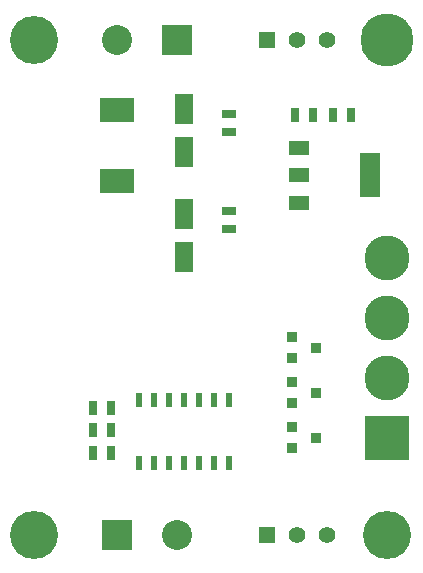
<source format=gts>
G04 (created by PCBNEW (2013-may-18)-stable) date Tue 26 May 2015 10:23:06 PM CEST*
%MOIN*%
G04 Gerber Fmt 3.4, Leading zero omitted, Abs format*
%FSLAX34Y34*%
G01*
G70*
G90*
G04 APERTURE LIST*
%ADD10C,0.00590551*%
%ADD11R,0.036X0.036*%
%ADD12R,0.0709X0.0512*%
%ADD13R,0.0709X0.1496*%
%ADD14R,0.02X0.045*%
%ADD15R,0.1181X0.0787*%
%ADD16R,0.025X0.045*%
%ADD17R,0.045X0.025*%
%ADD18R,0.055X0.055*%
%ADD19C,0.055*%
%ADD20R,0.063X0.1024*%
%ADD21C,0.15*%
%ADD22R,0.15X0.15*%
%ADD23R,0.1X0.1*%
%ADD24C,0.1*%
%ADD25C,0.177165*%
%ADD26C,0.16*%
G04 APERTURE END LIST*
G54D10*
G54D11*
X68600Y-58100D03*
X68600Y-57400D03*
X69400Y-57750D03*
X68600Y-56600D03*
X68600Y-55900D03*
X69400Y-56250D03*
X68600Y-55100D03*
X68600Y-54400D03*
X69400Y-54750D03*
G54D12*
X68819Y-48094D03*
X68819Y-49000D03*
X68819Y-49906D03*
G54D13*
X71181Y-49000D03*
G54D14*
X63500Y-58600D03*
X64000Y-58600D03*
X64500Y-58600D03*
X65000Y-58600D03*
X65500Y-58600D03*
X66000Y-58600D03*
X66500Y-58600D03*
X66500Y-56500D03*
X66000Y-56500D03*
X65500Y-56500D03*
X65000Y-56500D03*
X64500Y-56500D03*
X64000Y-56500D03*
X63500Y-56500D03*
G54D15*
X62750Y-46819D03*
X62750Y-49181D03*
G54D16*
X61950Y-57500D03*
X62550Y-57500D03*
X61950Y-58250D03*
X62550Y-58250D03*
X61950Y-56750D03*
X62550Y-56750D03*
X68700Y-47000D03*
X69300Y-47000D03*
X69950Y-47000D03*
X70550Y-47000D03*
G54D17*
X66500Y-47550D03*
X66500Y-46950D03*
X66500Y-50200D03*
X66500Y-50800D03*
G54D18*
X67750Y-44500D03*
G54D19*
X68750Y-44500D03*
X69750Y-44500D03*
G54D20*
X65000Y-50291D03*
X65000Y-51709D03*
X65000Y-48209D03*
X65000Y-46791D03*
G54D21*
X71750Y-55750D03*
X71750Y-53750D03*
G54D22*
X71750Y-57750D03*
G54D21*
X71750Y-51750D03*
G54D23*
X62750Y-61000D03*
G54D24*
X64750Y-61000D03*
G54D23*
X64750Y-44500D03*
G54D24*
X62750Y-44500D03*
G54D18*
X67750Y-61000D03*
G54D19*
X68750Y-61000D03*
X69750Y-61000D03*
G54D25*
X71750Y-44500D03*
G54D26*
X71750Y-61000D03*
X60000Y-61000D03*
X60000Y-44500D03*
M02*

</source>
